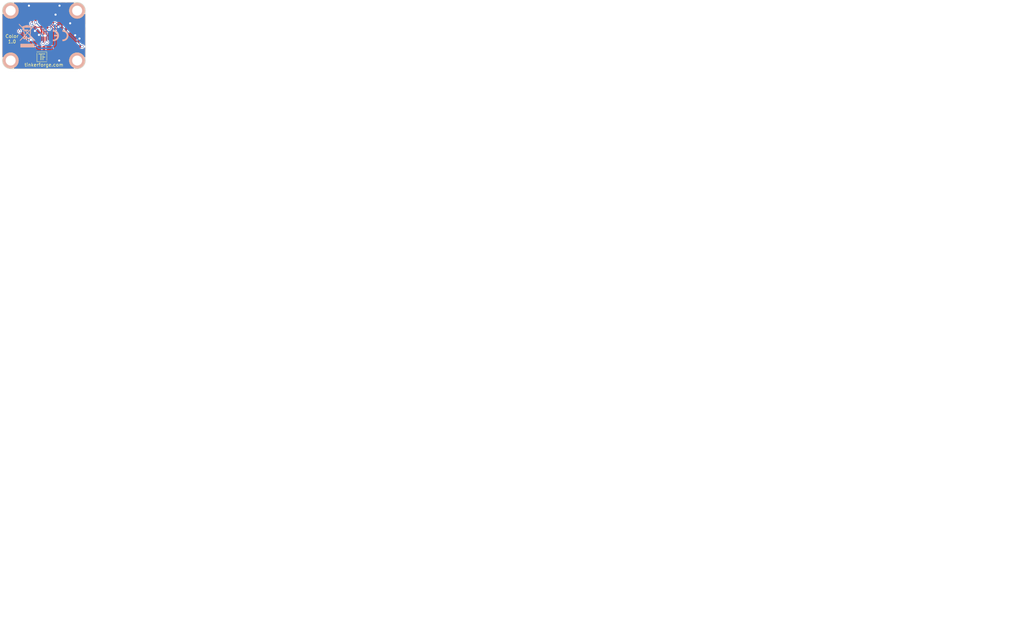
<source format=kicad_pcb>
(kicad_pcb (version 20221018) (generator pcbnew)
  (title_block (title "Color Bricklet") (rev "1.0") (company "Tinkerforge GmbH") (comment 1 "Licensed under CERN OHL v.1.1") (comment 2 "Copyright (©) 2014, B.Nordmeyer <bastian@tinkerforge.com>"))
  (layers (0 "F.Cu" signal) (31 "B.Cu" signal) (34 "B.Paste" user) (35 "F.Paste" user) (36 "B.SilkS" user "B.Silkscreen") (37 "F.SilkS" user "F.Silkscreen") (38 "B.Mask" user) (39 "F.Mask" user) (44 "Edge.Cuts" user))
  (net 0 "")
  (net 1 "GND")
  (net 2 "SCL")
  (net 3 "SDA")
  (net 4 "VCC")
  (net 5 "Net-(D1-Pad1)")
  (net 6 "Net-(D1-Pad2)")
  (net 7 "Net-(P1-Pad1)")
  (net 8 "Net-(P1-Pad6)")
  (net 9 "Net-(P1-Pad7)")
  (net 10 "Net-(P1-Pad8)")
  (net 11 "Net-(P1-Pad9)")
  (net 12 "Net-(P1-Pad10)")
  (net 13 "Net-(U1-Pad4)")
  (net 14 "Net-(U2-Pad7)")
  (footprint "kicad-libraries:SOT23GDS" (layer "F.Cu") (at 109.1 77.7 180)
    (fp_text reference "Q1")
    (fp_text value "2N7002P")
    (pad "D" smd rect (at 0 1.016 180) (size 0.9144 0.9144) (layers "F.Cu" "F.Paste" "F.Mask") (net 6 "Net-(D1-Pad2)"))
    (pad "G" smd rect (at 0.889 -1.016 180) (size 0.9144 0.9144) (layers "F.Cu" "F.Paste" "F.Mask") (net 12 "Net-(P1-Pad10)"))
    (pad "S" smd rect (at -0.889 -1.016 180) (size 0.9144 0.9144) (layers "F.Cu" "F.Paste" "F.Mask") (net 1 "GND"))
  )
  (footprint "kicad-libraries:SOIC8" (layer "F.Cu") (at 113.6 71.8 180)
    (fp_text reference "U2")
    (fp_text value "M24C64")
    (pad "1" smd rect (at -1.90246 2.69748) (size 0.59944 1.5494) (layers "F.Cu" "F.Paste" "F.Mask") (net 1 "GND"))
    (pad "2" smd rect (at -0.63246 2.69748) (size 0.59944 1.5494) (layers "F.Cu" "F.Paste" "F.Mask") (net 1 "GND"))
    (pad "3" smd rect (at 0.63246 2.69748) (size 0.59944 1.5494) (layers "F.Cu" "F.Paste" "F.Mask") (net 8 "Net-(P1-Pad6)"))
    (pad "4" smd rect (at 1.90246 2.69748) (size 0.59944 1.5494) (layers "F.Cu" "F.Paste" "F.Mask") (net 1 "GND"))
    (pad "5" smd rect (at 1.90246 -2.69748 180) (size 0.59944 1.5494) (layers "F.Cu" "F.Paste" "F.Mask") (net 3 "SDA"))
    (pad "6" smd rect (at 0.63246 -2.69748 180) (size 0.59944 1.5494) (layers "F.Cu" "F.Paste" "F.Mask") (net 2 "SCL"))
    (pad "7" smd rect (at -0.63246 -2.69748 180) (size 0.59944 1.5494) (layers "F.Cu" "F.Paste" "F.Mask") (net 14 "Net-(U2-Pad7)"))
    (pad "8" smd rect (at -1.90246 -2.69748 180) (size 0.59944 1.5494) (layers "F.Cu" "F.Paste" "F.Mask") (net 4 "VCC"))
  )
  (footprint "kicad-libraries:LED-3x2" (layer "F.Cu") (at 106.3 74.9)
    (fp_text reference "D1")
    (fp_text value "LED")
    (pad "1" smd rect (at -1.55 0.05) (size 1.6 1.4) (layers "F.Cu" "F.Paste" "F.Mask") (net 5 "Net-(D1-Pad1)"))
    (pad "2" smd rect (at 1.55 0) (size 1.6 1.4) (layers "F.Cu" "F.Paste" "F.Mask") (net 6 "Net-(D1-Pad2)"))
  )
  (footprint "kicad-libraries:FN-TCS3472" (layer "F.Cu") (at 106.3 71.2 -90)
    (fp_text reference "U1")
    (fp_text value "TCS3472")
    (pad "1" smd oval (at -0.95 -0.65 270) (size 1.4 0.4) (layers "F.Cu" "F.Paste" "F.Mask") (net 4 "VCC"))
    (pad "2" smd oval (at -0.95 0 270) (size 1.4 0.4) (layers "F.Cu" "F.Paste" "F.Mask") (net 9 "Net-(P1-Pad7)"))
    (pad "3" smd oval (at -0.95 0.65 270) (size 1.4 0.4) (layers "F.Cu" "F.Paste" "F.Mask") (net 1 "GND"))
    (pad "4" smd oval (at 0.95 0.65 270) (size 1.4 0.4) (layers "F.Cu" "F.Paste" "F.Mask") (net 13 "Net-(U1-Pad4)"))
    (pad "5" smd oval (at 0.95 0 270) (size 1.4 0.4) (layers "F.Cu" "F.Paste" "F.Mask") (net 11 "Net-(P1-Pad9)"))
    (pad "6" smd oval (at 0.95 -0.65 270) (size 1.4 0.4) (layers "F.Cu" "F.Paste" "F.Mask") (net 10 "Net-(P1-Pad8)"))
  )
  (footprint "kicad-libraries:DRILL_NP" (layer "F.Cu") (at 96.3 63.7)
    (fp_text reference "U3" hide)
    (fp_text value "DRILL" hide)
    (pad "" np_thru_hole circle (at 0 0) (size 2.99974 2.99974) (drill 2.99974) (layers "*.Cu" "*.Mask" "F.SilkS") (clearance 0.89916))
  )
  (footprint "kicad-libraries:DRILL_NP" (layer "F.Cu") (at 116.3 63.7)
    (fp_text reference "U4" hide)
    (fp_text value "DRILL" hide)
    (pad "" np_thru_hole circle (at 0 0) (size 2.99974 2.99974) (drill 2.99974) (layers "*.Cu" "*.Mask" "F.SilkS") (clearance 0.89916))
  )
  (footprint "kicad-libraries:DRILL_NP" (layer "F.Cu") (at 116.3 78.7)
    (fp_text reference "U6" hide)
    (fp_text value "DRILL" hide)
    (pad "" np_thru_hole circle (at 0 0) (size 2.99974 2.99974) (drill 2.99974) (layers "*.Cu" "*.Mask" "F.SilkS") (clearance 0.89916))
  )
  (footprint "kicad-libraries:DRILL_NP" (layer "F.Cu") (at 96.3 78.7)
    (fp_text reference "U5" hide)
    (fp_text value "DRILL" hide)
    (pad "" np_thru_hole circle (at 0 0) (size 2.99974 2.99974) (drill 2.99974) (layers "*.Cu" "*.Mask" "F.SilkS") (clearance 0.89916))
  )
  (footprint "kicad-libraries:CON-SENSOR" (layer "F.Cu") (at 106.3 61.3 180)
    (fp_text reference "P1")
    (fp_text value "CON-SENSOR")
    (pad "1" smd rect (at -4.50088 -4.7752 180) (size 0.59944 1.5494) (layers "F.Cu" "F.Paste" "F.Mask") (net 7 "Net-(P1-Pad1)"))
    (pad "2" smd rect (at -3.50012 -4.7752 180) (size 0.59944 1.5494) (layers "F.Cu" "F.Paste" "F.Mask") (net 1 "GND"))
    (pad "3" smd rect (at -2.49936 -4.7752 180) (size 0.59944 1.5494) (layers "F.Cu" "F.Paste" "F.Mask") (net 4 "VCC"))
    (pad "4" smd rect (at -1.50114 -4.7752 180) (size 0.59944 1.5494) (layers "F.Cu" "F.Paste" "F.Mask") (net 2 "SCL"))
    (pad "5" smd rect (at -0.50038 -4.7752 180) (size 0.59944 1.5494) (layers "F.Cu" "F.Paste" "F.Mask") (net 3 "SDA"))
    (pad "6" smd rect (at 0.50038 -4.7752 180) (size 0.59944 1.5494) (layers "F.Cu" "F.Paste" "F.Mask") (net 8 "Net-(P1-Pad6)"))
    (pad "7" smd rect (at 1.50114 -4.7752 180) (size 0.59944 1.5494) (layers "F.Cu" "F.Paste" "F.Mask") (net 9 "Net-(P1-Pad7)"))
    (pad "8" smd rect (at 2.49936 -4.7752 180) (size 0.59944 1.5494) (layers "F.Cu" "F.Paste" "F.Mask") (net 10 "Net-(P1-Pad8)"))
    (pad "9" smd rect (at 3.50012 -4.7752 180) (size 0.59944 1.5494) (layers "F.Cu" "F.Paste" "F.Mask") (net 11 "Net-(P1-Pad9)"))
    (pad "10" smd rect (at 4.50088 -4.7752 180) (size 0.59944 1.5494) (layers "F.Cu" "F.Paste" "F.Mask") (net 12 "Net-(P1-Pad10)"))
    (pad "EP" smd rect (at -5.79882 -0.89916 180) (size 1.19888 1.80086) (layers "F.Cu" "F.Paste" "F.Mask") (net 1 "GND"))
    (pad "EP" smd rect (at 5.79882 -0.89916 180) (size 1.19888 1.80086) (layers "F.Cu" "F.Paste" "F.Mask") (net 1 "GND"))
  )
  (footprint "kicad-libraries:Logo_31x31" (layer "F.Cu") (at 104.1 76)
    (fp_text reference "G***" hide)
    (fp_text value "Logo_31x31" hide)
  )
  (footprint "kicad-libraries:Fiducial_Mark" (layer "F.Cu") (at 100.8 78.2)
    (fp_text reference "Fiducial_Mark" hide)
    (fp_text value "VAL**" hide)
    (pad "1" smd circle (at 0 0) (size 1.00076 1.00076) (layers "F.Cu" "F.Paste" "F.Mask") (clearance 0.65024))
  )
  (footprint "kicad-libraries:Fiducial_Mark" (layer "F.Cu") (at 117.4 68.2)
    (fp_text reference "Fiducial_Mark" hide)
    (fp_text value "VAL**" hide)
    (pad "1" smd circle (at 0 0) (size 1.00076 1.00076) (layers "F.Cu" "F.Paste" "F.Mask") (clearance 0.65024))
  )
  (footprint "kicad-libraries:C0603" (layer "F.Cu") (at 106.3 68.7 180)
    (fp_text reference "C1")
    (fp_text value "100nF")
    (pad "1" smd rect (at -0.8001 0 180) (size 0.8001 0.8001) (layers "F.Cu" "F.Paste" "F.Mask") (net 4 "VCC"))
    (pad "2" smd rect (at 0.8001 0 180) (size 0.8001 0.8001) (layers "F.Cu" "F.Paste" "F.Mask") (net 1 "GND"))
  )
  (footprint "kicad-libraries:C0603" (layer "F.Cu") (at 117 73.7 90)
    (fp_text reference "C2")
    (fp_text value "100nF")
    (pad "1" smd rect (at -0.8001 0 90) (size 0.8001 0.8001) (layers "F.Cu" "F.Paste" "F.Mask") (net 4 "VCC"))
    (pad "2" smd rect (at 0.8001 0 90) (size 0.8001 0.8001) (layers "F.Cu" "F.Paste" "F.Mask") (net 1 "GND"))
  )
  (footprint "kicad-libraries:R0603" (layer "F.Cu") (at 102.8 68.7)
    (fp_text reference "R1")
    (fp_text value "10k")
    (pad "1" smd rect (at -0.8001 0) (size 0.8001 0.8001) (layers "F.Cu" "F.Paste" "F.Mask") (net 12 "Net-(P1-Pad10)"))
    (pad "2" smd rect (at 0.8001 0) (size 0.8001 0.8001) (layers "F.Cu" "F.Paste" "F.Mask") (net 1 "GND"))
  )
  (footprint "kicad-libraries:R0603" (layer "F.Cu") (at 102.4 74.1 -90)
    (fp_text reference "R2")
    (fp_text value "180")
    (pad "1" smd rect (at -0.8001 0 270) (size 0.8001 0.8001) (layers "F.Cu" "F.Paste" "F.Mask") (net 4 "VCC"))
    (pad "2" smd rect (at 0.8001 0 270) (size 0.8001 0.8001) (layers "F.Cu" "F.Paste" "F.Mask") (net 5 "Net-(D1-Pad1)"))
  )
  (footprint "kicad-libraries:R0603" (layer "F.Cu") (at 99 67.9 90)
    (fp_text reference "R3")
    (fp_text value "2k2")
    (pad "1" smd rect (at -0.8001 0 90) (size 0.8001 0.8001) (layers "F.Cu" "F.Paste" "F.Mask") (net 4 "VCC"))
    (pad "2" smd rect (at 0.8001 0 90) (size 0.8001 0.8001) (layers "F.Cu" "F.Paste" "F.Mask") (net 9 "Net-(P1-Pad7)"))
  )
  (footprint "kicad-libraries:R0603" (layer "F.Cu") (at 100.3 67.9 90)
    (fp_text reference "R4")
    (fp_text value "2k2")
    (pad "1" smd rect (at -0.8001 0 90) (size 0.8001 0.8001) (layers "F.Cu" "F.Paste" "F.Mask") (net 4 "VCC"))
    (pad "2" smd rect (at 0.8001 0 90) (size 0.8001 0.8001) (layers "F.Cu" "F.Paste" "F.Mask") (net 10 "Net-(P1-Pad8)"))
  )
  (footprint "kicad-libraries:WEEE_7mm" (layer "B.Cu") (at 101.3 71.2 180)
    (fp_text reference "VAL" hide)
    (fp_text value "WEEE_7mm" hide)
  )
  (footprint "kicad-libraries:CE_5mm" (layer "B.Cu") (at 111.3 71.2 180)
    (fp_text reference "VAL" hide)
    (fp_text value "CE_5mm" hide)
  )
  (gr_line (start 118.8 78.7) (end 118.8 63.7) (stroke (width 0.15)) (layer "Edge.Cuts"))
  (gr_line (start 93.8 63.7) (end 93.8 78.7) (stroke (width 0.15)) (layer "Edge.Cuts"))
  (gr_arc (start 118.8 78.7) (mid 118.067767 80.467767) (end 116.3 81.2) (stroke (width 0.15)) (layer "Edge.Cuts"))
  (gr_arc (start 93.8 63.7) (mid 94.532233 61.932233) (end 96.3 61.2) (stroke (width 0.15)) (layer "Edge.Cuts"))
  (gr_arc (start 116.3 61.2) (mid 118.067767 61.932233) (end 118.8 63.7) (stroke (width 0.15)) (layer "Edge.Cuts"))
  (gr_line (start 96.3 81.2) (end 116.3 81.2) (stroke (width 0.15)) (layer "Edge.Cuts"))
  (gr_line (start 116.3 61.2) (end 96.3 61.2) (stroke (width 0.15)) (layer "Edge.Cuts"))
  (gr_arc (start 96.3 81.2) (mid 94.532233 80.467767) (end 93.8 78.7) (stroke (width 0.15)) (layer "Edge.Cuts"))
  (gr_text "tinkerforge.com" (at 106.3 80) (layer "F.SilkS") (effects (font (size 1 1))))
  (gr_text "Color\n1.0" (at 96.7 72.2) (layer "F.SilkS") (effects (font (size 1 1))))
  (segment (start 117 72.1) (end 117 72.8999) (width 0.254) (layer "F.Cu") (net 1))
  (segment (start 109.80012 64.90012) (end 109.8 64.9) (width 0.254) (layer "F.Cu") (net 1))
  (segment (start 110.884 78.716) (end 110.9 78.7) (width 0.254) (layer "F.Cu") (net 1))
  (segment (start 101.8 62.2) (end 101.79916 62.19916) (width 0.254) (layer "F.Cu") (net 1))
  (segment (start 101.79916 62.19916) (end 100.50118 62.19916) (width 0.254) (layer "F.Cu") (net 1))
  (segment (start 103.6001 69.7999) (end 103.6 69.8) (width 0.254) (layer "F.Cu") (net 1))
  (segment (start 105.55 70.25) (end 104.8 71) (width 0.254) (layer "F.Cu") (net 1))
  (segment (start 111.00084 62.19916) (end 111 62.2) (width 0.254) (layer "F.Cu") (net 1))
  (segment (start 111.20252 69.10252) (end 110.7 68.6) (width 0.254) (layer "F.Cu") (net 1))
  (segment (start 114.23246 67.53246) (end 114.2 67.5) (width 0.254) (layer "F.Cu") (net 1))
  (segment (start 115.50246 70.90246) (end 115.7 71.1) (width 0.254) (layer "F.Cu") (net 1))
  (segment (start 111.69754 69.10252) (end 111.20252 69.10252) (width 0.254) (layer "F.Cu") (net 1))
  (segment (start 109.989 78.716) (end 110.884 78.716) (width 0.5) (layer "F.Cu") (net 1))
  (segment (start 105.55 70.25) (end 105.65 70.25) (width 0.254) (layer "F.Cu") (net 1))
  (segment (start 114.23246 67.53246) (end 114.23246 69.10252) (width 0.254) (layer "F.Cu") (net 1))
  (segment (start 109.80012 64.90012) (end 109.80012 66.0752) (width 0.254) (layer "F.Cu") (net 1))
  (segment (start 111.00084 62.19916) (end 112.09882 62.19916) (width 0.254) (layer "F.Cu") (net 1))
  (segment (start 103.6001 68.7) (end 103.6001 69.7999) (width 0.254) (layer "F.Cu") (net 1))
  (segment (start 115.50246 70.90246) (end 115.50246 69.10252) (width 0.254) (layer "F.Cu") (net 1))
  (segment (start 105.4999 68.7) (end 103.6001 68.7) (width 0.254) (layer "F.Cu") (net 1))
  (via (at 114.2 67.5) (size 0.889) (drill 0.635) (layers "F.Cu" "B.Cu") (net 1))
  (via (at 110.9 78.7) (size 0.889) (drill 0.635) (layers "F.Cu" "B.Cu") (net 1))
  (via (at 104.8 71) (size 0.889) (drill 0.635) (layers "F.Cu" "B.Cu") (net 1))
  (via (at 110.7 68.6) (size 0.889) (drill 0.635) (layers "F.Cu" "B.Cu") (net 1))
  (via (at 109.8 64.9) (size 0.889) (drill 0.635) (layers "F.Cu" "B.Cu") (net 1))
  (via (at 103.6 69.8) (size 0.889) (drill 0.635) (layers "F.Cu" "B.Cu") (net 1))
  (via (at 117 72.1) (size 0.889) (drill 0.635) (layers "F.Cu" "B.Cu") (net 1))
  (via (at 115.7 71.1) (size 0.889) (drill 0.635) (layers "F.Cu" "B.Cu") (net 1))
  (via (at 101.8 62.2) (size 0.889) (drill 0.635) (layers "F.Cu" "B.Cu") (net 1))
  (via (at 111 62.2) (size 0.889) (drill 0.635) (layers "F.Cu" "B.Cu") (net 1))
  (segment (start 117 68.7) (end 113.2 64.9) (width 0.254) (layer "B.Cu") (net 1))
  (segment (start 113.2 64.9) (end 109.8 64.9) (width 0.254) (layer "B.Cu") (net 1))
  (segment (start 109.8 63.4) (end 111 62.2) (width 0.254) (layer "B.Cu") (net 1))
  (segment (start 104.5 64.9) (end 101.8 62.2) (width 0.254) (layer "B.Cu") (net 1))
  (segment (start 116.7 72.1) (end 115.7 71.1) (width 0.254) (layer "B.Cu") (net 1))
  (segment (start 110.7 78.5) (end 110.9 78.7) (width 0.254) (layer "B.Cu") (net 1))
  (segment (start 115.7 69) (end 114.2 67.5) (width 0.254) (layer "B.Cu") (net 1))
  (segment (start 97.6 66.8) (end 101.8 62.6) (width 0.254) (layer "B.Cu") (net 1))
  (segment (start 101.8 62.6) (end 101.8 62.2) (width 0.254) (layer "B.Cu") (net 1))
  (segment (start 103.1 69.8) (end 101.5 68.2) (width 0.254) (layer "B.Cu") (net 1))
  (segment (start 101.5 68.2) (end 101.5 65.1) (width 0.254) (layer "B.Cu") (net 1))
  (segment (start 101.5 65.1) (end 101.8 64.8) (width 0.254) (layer "B.Cu") (net 1))
  (segment (start 101.8 64.8) (end 101.8 62.2) (width 0.254) (layer "B.Cu") (net 1))
  (segment (start 103.1 78.7) (end 97.6 73.2) (width 0.254) (layer "B.Cu") (net 1))
  (segment (start 97.6 73.2) (end 97.6 66.8) (width 0.254) (layer "B.Cu") (net 1))
  (segment (start 117 72.1) (end 117 68.7) (width 0.254) (layer "B.Cu") (net 1))
  (segment (start 109.8 64.9) (end 109.8 63.4) (width 0.254) (layer "B.Cu") (net 1))
  (segment (start 104.8 71) (end 103.6 69.8) (width 0.254) (layer "B.Cu") (net 1))
  (segment (start 110.7 68.6) (end 110.7 78.5) (width 0.254) (layer "B.Cu") (net 1))
  (segment (start 115.7 71.1) (end 115.7 69) (width 0.254) (layer "B.Cu") (net 1))
  (segment (start 117 72.1) (end 116.7 72.1) (width 0.254) (layer "B.Cu") (net 1))
  (segment (start 109.8 64.9) (end 104.5 64.9) (width 0.254) (layer "B.Cu") (net 1))
  (segment (start 110.9 78.7) (end 103.1 78.7) (width 0.254) (layer "B.Cu") (net 1))
  (segment (start 103.6 69.8) (end 103.1 69.8) (width 0.254) (layer "B.Cu") (net 1))
  (segment (start 107.80114 66.80114) (end 107.8 66.80228) (width 0.254) (layer "F.Cu") (net 2))
  (segment (start 107.8 66.80228) (end 107.8 67) (width 0.254) (layer "F.Cu") (net 2))
  (segment (start 107.8 67) (end 112.96754 72.16754) (width 0.254) (layer "F.Cu") (net 2))
  (segment (start 112.96754 72.16754) (end 112.96754 74.49748) (width 0.254) (layer "F.Cu") (net 2))
  (segment (start 107.80114 66.0752) (end 107.80114 66.80114) (width 0.254) (layer "F.Cu") (net 2))
  (segment (start 111.69754 71.69754) (end 107.8 67.8) (width 0.254) (layer "F.Cu") (net 3))
  (segment (start 107.8 67.8) (end 107.4 67.8) (width 0.254) (layer "F.Cu") (net 3))
  (segment (start 107.4 67.8) (end 106.80038 67.20038) (width 0.254) (layer "F.Cu") (net 3))
  (segment (start 106.80038 67.20038) (end 106.80038 66.0752) (width 0.254) (layer "F.Cu") (net 3))
  (segment (start 111.69754 74.49748) (end 111.69754 71.69754) (width 0.254) (layer "F.Cu") (net 3))
  (segment (start 106.95 68.8501) (end 107.1001 68.7) (width 0.254) (layer "F.Cu") (net 4))
  (segment (start 107.5 68.7) (end 107.9 69.1) (width 0.254) (layer "F.Cu") (net 4))
  (segment (start 116.99738 74.49748) (end 117 74.5001) (width 0.254) (layer "F.Cu") (net 4))
  (segment (start 117.7999 74.5001) (end 117.8 74.5) (width 0.254) (layer "F.Cu") (net 4))
  (segment (start 109.4 67.6) (end 108.79936 66.99936) (width 0.5) (layer "F.Cu") (net 4))
  (segment (start 108.79936 66.99936) (end 108.79936 66.0752) (width 0.5) (layer "F.Cu") (net 4))
  (segment (start 99 69.9) (end 99 68.7001) (width 0.254) (layer "F.Cu") (net 4))
  (segment (start 117 74.5001) (end 117.7999 74.5001) (width 0.254) (layer "F.Cu") (net 4))
  (segment (start 115.50246 74.49748) (end 116.99738 74.49748) (width 0.254) (layer "F.Cu") (net 4))
  (segment (start 107.1001 68.7) (end 107.5 68.7) (width 0.254) (layer "F.Cu") (net 4))
  (segment (start 106.95 70.25) (end 106.95 68.8501) (width 0.254) (layer "F.Cu") (net 4))
  (segment (start 102.4 73.2999) (end 102.4 72.5) (width 0.5) (layer "F.Cu") (net 4))
  (segment (start 100.3 68.7001) (end 99 68.7001) (width 0.254) (layer "F.Cu") (net 4))
  (segment (start 109.6 67.6) (end 109.4 67.6) (width 0.5) (layer "F.Cu") (net 4))
  (via (at 117.8 74.5) (size 0.889) (drill 0.635) (layers "F.Cu" "B.Cu") (net 4))
  (via (at 99 69.9) (size 0.889) (drill 0.635) (layers "F.Cu" "B.Cu") (net 4))
  (via (at 109.6 67.6) (size 0.889) (drill 0.635) (layers "F.Cu" "B.Cu") (net 4))
  (via (at 107.9 69.1) (size 0.889) (drill 0.635) (layers "F.Cu" "B.Cu") (net 4))
  (via (at 102.4 72.5) (size 0.889) (drill 0.635) (layers "F.Cu" "B.Cu") (net 4))
  (segment (start 107.9 69.1) (end 109.4 67.6) (width 0.254) (layer "B.Cu") (net 4))
  (segment (start 109.4 67.6) (end 109.6 67.6) (width 0.254) (layer "B.Cu") (net 4))
  (segment (start 117.8 74.5) (end 110.9 67.6) (width 0.254) (layer "B.Cu") (net 4))
  (segment (start 110.9 67.6) (end 109.6 67.6) (width 0.254) (layer "B.Cu") (net 4))
  (segment (start 102.4 72.7) (end 104.7 75) (width 0.5) (layer "B.Cu") (net 4))
  (segment (start 104.7 75) (end 108.5 75) (width 0.5) (layer "B.Cu") (net 4))
  (segment (start 108.5 75) (end 109.6 73.9) (width 0.5) (layer "B.Cu") (net 4))
  (segment (start 109.6 73.9) (end 109.6 67.6) (width 0.5) (layer "B.Cu") (net 4))
  (segment (start 101.6 72.5) (end 99 69.9) (width 0.254) (layer "B.Cu") (net 4))
  (segment (start 102.4 72.5) (end 102.4 72.7) (width 0.254) (layer "B.Cu") (net 4))
  (segment (start 102.4 72.5) (end 101.6 72.5) (width 0.254) (layer "B.Cu") (net 4))
  (segment (start 102.4499 74.95) (end 102.4 74.9001) (width 0.254) (layer "F.Cu") (net 5))
  (segment (start 104.75 74.95) (end 102.4499 74.95) (width 0.5) (layer "F.Cu") (net 5))
  (segment (start 108.5 74.9) (end 109.1 75.5) (width 0.5) (layer "F.Cu") (net 6))
  (segment (start 109.1 75.5) (end 109.1 76.684) (width 0.5) (layer "F.Cu") (net 6))
  (segment (start 107.85 74.9) (end 108.5 74.9) (width 0.254) (layer "F.Cu") (net 6))
  (segment (start 112.96754 65.26754) (end 111.7 64) (width 0.254) (layer "F.Cu") (net 8))
  (segment (start 111.7 64) (end 106.8 64) (width 0.254) (layer "F.Cu") (net 8))
  (segment (start 106.8 64) (end 105.79962 65.00038) (width 0.254) (layer "F.Cu") (net 8))
  (segment (start 105.79962 65.00038) (end 105.79962 66.0752) (width 0.254) (layer "F.Cu") (net 8))
  (segment (start 112.96754 69.10252) (end 112.96754 65.26754) (width 0.254) (layer "F.Cu") (net 8))
  (segment (start 106.3 68.1) (end 105.6 67.4) (width 0.254) (layer "F.Cu") (net 9))
  (segment (start 105.6 67.4) (end 105.1 67.4) (width 0.254) (layer "F.Cu") (net 9))
  (segment (start 105.1 67.4) (end 104.79886 67.09886) (width 0.254) (layer "F.Cu") (net 9))
  (segment (start 104.79886 67.09886) (end 104.79886 66.0752) (width 0.254) (layer "F.Cu") (net 9))
  (segment (start 99 65.9) (end 100.9 64) (width 0.254) (layer "F.Cu") (net 9))
  (segment (start 100.9 64) (end 104.1 64) (width 0.254) (layer "F.Cu") (net 9))
  (segment (start 104.1 64) (end 104.79886 64.69886) (width 0.254) (layer "F.Cu") (net 9))
  (segment (start 104.79886 64.69886) (end 104.79886 66.0752) (width 0.254) (layer "F.Cu") (net 9))
  (segment (start 99 67.0999) (end 99 65.9) (width 0.254) (layer "F.Cu") (net 9))
  (segment (start 106.3 70.25) (end 106.3 68.1) (width 0.254) (layer "F.Cu") (net 9))
  (segment (start 103.80064 67.19936) (end 103.8 67.2) (width 0.254) (layer "F.Cu") (net 10))
  (segment (start 107.2 73.2) (end 106.95 72.95) (width 0.254) (layer "F.Cu") (net 10))
  (segment (start 106.95 72.95) (end 106.95 72.15) (width 0.254) (layer "F.Cu") (net 10))
  (segment (start 100.3 65.5) (end 101 64.8) (width 0.254) (layer "F.Cu") (net 10))
  (segment (start 101 64.8) (end 103.3 64.8) (width 0.254) (layer "F.Cu") (net 10))
  (segment (start 103.3 64.8) (end 103.80064 65.30064) (width 0.254) (layer "F.Cu") (net 10))
  (segment (start 103.80064 65.30064) (end 103.80064 66.0752) (width 0.254) (layer "F.Cu") (net 10))
  (segment (start 103.80064 66.0752) (end 103.80064 67.19936) (width 0.254) (layer "F.Cu") (net 10))
  (segment (start 100.3 67.0999) (end 100.3 65.5) (width 0.254) (layer "F.Cu") (net 10))
  (via (at 103.8 67.2) (size 0.889) (drill 0.635) (layers "F.Cu" "B.Cu") (net 10))
  (via (at 107.2 73.2) (size 0.889) (drill 0.635) (layers "F.Cu" "B.Cu") (net 10))
  (segment (start 103.8 67.2) (end 107.2 70.6) (width 0.254) (layer "B.Cu") (net 10))
  (segment (start 107.2 70.6) (end 107.2 73.2) (width 0.254) (layer "B.Cu") (net 10))
  (segment (start 102.79988 67.40012) (end 102.6 67.6) (width 0.254) (layer "F.Cu") (net 11))
  (segment (start 106 73.6) (end 106.3 73.3) (width 0.254) (layer "F.Cu") (net 11))
  (segment (start 106.3 73.3) (end 106.3 72.15) (width 0.254) (layer "F.Cu") (net 11))
  (segment (start 102.79988 66.0752) (end 102.79988 67.40012) (width 0.254) (layer "F.Cu") (net 11))
  (via (at 102.6 67.6) (size 0.889) (drill 0.635) (layers "F.Cu" "B.Cu") (net 11))
  (via (at 106 73.6) (size 0.889) (drill 0.635) (layers "F.Cu" "B.Cu") (net 11))
  (segment (start 102.6 67.6) (end 106 71) (width 0.254) (layer "B.Cu") (net 11))
  (segment (start 106 71) (end 106 73.6) (width 0.254) (layer "B.Cu") (net 11))
  (segment (start 101.79912 67.00088) (end 101.7 67.1) (width 0.254) (layer "F.Cu") (net 12))
  (segment (start 101.7 67.1) (end 101.7 68.4001) (width 0.254) (layer "F.Cu") (net 12))
  (segment (start 101.7 68.4001) (end 101.9999 68.7) (width 0.254) (layer "F.Cu") (net 12))
  (segment (start 104.416 78.716) (end 101.3 75.6) (width 0.254) (layer "F.Cu") (net 12))
  (segment (start 101.3 75.6) (end 101.3 70.7) (width 0.254) (layer "F.Cu") (net 12))
  (segment (start 101.3 70.7) (end 101.9999 70.0001) (width 0.254) (layer "F.Cu") (net 12))
  (segment (start 101.9999 70.0001) (end 101.9999 68.7) (width 0.254) (layer "F.Cu") (net 12))
  (segment (start 108.211 78.716) (end 104.416 78.716) (width 0.254) (layer "F.Cu") (net 12))
  (segment (start 101.79912 66.0752) (end 101.79912 67.00088) (width 0.254) (layer "F.Cu") (net 12))
  (zone (net 1) (net_name "GND") (layer "F.Cu") (connect_pads (clearance 0.3)) (min_thickness 0.3) (fill yes (thermal_gap 0.5) (thermal_bridge_width 0.5))
    (polygon (pts (xy 93.8 61.2) (xy 118.8 61.2) (xy 118.8 81.2) (xy 93.8 81.2)))
  )
  (zone (net 1) (net_name "GND") (layer "B.Cu") (connect_pads (clearance 0.3)) (min_thickness 0.3) (fill yes (thermal_gap 0.5) (thermal_bridge_width 0.5))
    (polygon (pts (xy 93.8 61.2) (xy 118.8 61.2) (xy 118.8 81.2) (xy 93.8 81.2)))
  )
)
</source>
